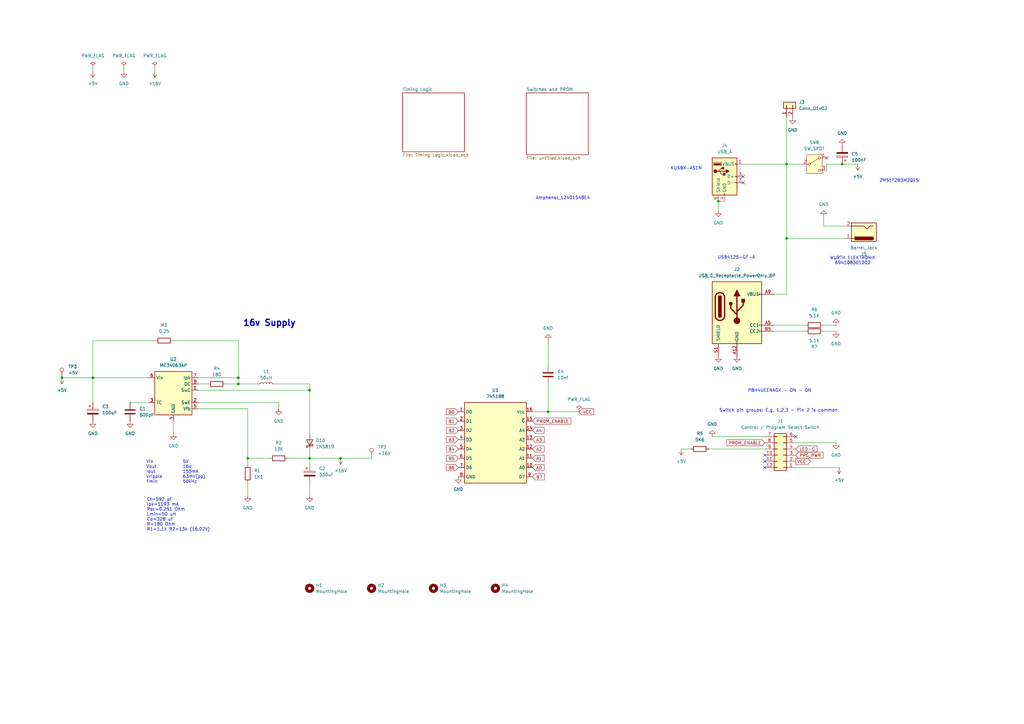
<source format=kicad_sch>
(kicad_sch (version 20250114) (generator "eeschema") (generator_version "9.0")
  (paper "A3")
  (title_block (title "PROM Programmer") (date "2025-04-06") (rev "V1.4"))
  (lib_symbols
    (symbol "AA_Custom:+16V" (power) (pin_numbers (hide yes)) (pin_names (offset 0) (hide yes))
      (property "Value" "+16V" (at 0 3.556 0))
      (symbol "+16V_0_1"
        (polyline (pts (xy -0.762 1.27) (xy 0 2.54)))
        (polyline (pts (xy 0 2.54) (xy 0.762 1.27)))
        (polyline (pts (xy 0 0) (xy 0 2.54)))
      )
      (symbol "+16V_1_1"
        (pin power_in line (at 0 0 90) (length 0) (name "~") (number "1"))
      )
    )
    (symbol "AA_Custom:74S188"
      (property "Reference" "U" (at -12.7 17.78 0))
      (property "Value" "74S188" (at 7.62 17.78 0))
      (symbol "74S188_1_1"
        (rectangle (start -12.7 15.24) (end 12.7 -17.78) (stroke (width 0.254)) (fill (type background)))
        (pin bidirectional line (at -15.24 11.43 0) (length 2.54) (name "D0") (number "1"))
        (pin bidirectional line (at -15.24 7.62 0) (length 2.54) (name "D1") (number "2"))
        (pin bidirectional line (at -15.24 3.81 0) (length 2.54) (name "D2") (number "3"))
        (pin bidirectional line (at -15.24 0 0) (length 2.54) (name "D3") (number "4"))
        (pin bidirectional line (at -15.24 -3.81 0) (length 2.54) (name "D4") (number "5"))
        (pin bidirectional line (at -15.24 -7.62 0) (length 2.54) (name "D5") (number "6"))
        (pin bidirectional line (at -15.24 -11.43 0) (length 2.54) (name "D6") (number "7"))
        (pin power_in line (at -15.24 -15.24 0) (length 2.54) (name "GND") (number "8"))
        (pin power_in line (at 15.24 11.43 180) (length 2.54) (name "Vcc") (number "16"))
        (pin input line (at 15.24 7.62 180) (length 2.54) (name "~{G}") (number "15"))
        (pin input line (at 15.24 3.81 180) (length 2.54) (name "A4") (number "14"))
        (pin input line (at 15.24 0 180) (length 2.54) (name "A3") (number "13"))
        (pin input line (at 15.24 -3.81 180) (length 2.54) (name "A2") (number "12"))
        (pin input line (at 15.24 -7.62 180) (length 2.54) (name "A1") (number "11"))
        (pin input line (at 15.24 -11.43 180) (length 2.54) (name "A0") (number "10"))
        (pin bidirectional line (at 15.24 -15.24 180) (length 2.54) (name "D7") (number "9"))
      )
    )
    (symbol "Connector:Barrel_Jack" (pin_names (offset 1.016))
      (property "Reference" "J" (at 0 5.334 0))
      (property "Value" "Barrel_Jack" (at 0 -5.08 0))
      (symbol "Barrel_Jack_0_1"
        (rectangle (start -5.08 3.81) (end 5.08 -3.81) (stroke (width 0.254)) (fill (type background)))
        (polyline (pts (xy -3.81 -2.54) (xy -2.54 -2.54) (xy -1.27 -1.27) (xy 0 -2.54) (xy 2.54 -2.54) (xy 5.08 -2.54)) (stroke (width 0.254)))
        (arc (start -3.302 1.905) (mid -3.9343 2.54) (end -3.302 3.175) (stroke (width 0.254)))
        (arc (start -3.302 1.905) (mid -3.9343 2.54) (end -3.302 3.175) (stroke (width 0.254)) (fill (type outline)))
        (rectangle (start 3.683 3.175) (end -3.302 1.905) (stroke (width 0.254)) (fill (type outline)))
        (polyline (pts (xy 5.08 2.54) (xy 3.81 2.54)) (stroke (width 0.254)))
      )
      (symbol "Barrel_Jack_1_1"
        (pin passive line (at 7.62 2.54 180) (length 2.54) (name "~") (number "1"))
        (pin passive line (at 7.62 -2.54 180) (length 2.54) (name "~") (number "2"))
      )
    )
    (symbol "Connector:TestPoint" (pin_numbers (hide yes)) (pin_names (offset 0.762) (hide yes))
      (property "Reference" "TP" (at 0 6.858 0))
      (property "Value" "TestPoint" (at 0 5.08 0))
      (symbol "TestPoint_0_1"
        (circle (center 0 3.302) (radius 0.762))
      )
      (symbol "TestPoint_1_1"
        (pin passive line (at 0 0 90) (length 2.54) (name "1") (number "1"))
      )
    )
    (symbol "Connector:USB_A" (pin_names (offset 1.016))
      (property "Reference" "J" (at -5.08 11.43 0))
      (property "Value" "USB_A" (at -5.08 8.89 0))
      (symbol "USB_A_0_1"
        (rectangle (start -5.08 -7.62) (end 5.08 7.62) (stroke (width 0.254)) (fill (type background)))
        (circle (center -3.81 2.159) (radius 0.635) (stroke (width 0.254)) (fill (type outline)))
        (polyline (pts (xy -3.175 2.159) (xy -2.54 2.159) (xy -1.27 3.429) (xy -0.635 3.429)) (stroke (width 0.254)))
        (polyline (pts (xy -2.54 2.159) (xy -1.905 2.159) (xy -1.27 0.889) (xy 0 0.889)) (stroke (width 0.254)))
        (rectangle (start -1.524 4.826) (end -4.318 5.334) (fill (type outline)))
        (rectangle (start -1.27 4.572) (end -4.572 5.842))
        (circle (center -0.635 3.429) (radius 0.381) (stroke (width 0.254)) (fill (type outline)))
        (rectangle (start -0.127 -7.62) (end 0.127 -6.858))
        (rectangle (start 0.254 1.27) (end -0.508 0.508) (stroke (width 0.254)) (fill (type outline)))
        (polyline (pts (xy 0.635 2.794) (xy 0.635 1.524) (xy 1.905 2.159) (xy 0.635 2.794)) (stroke (width 0.254)) (fill (type outline)))
        (rectangle (start 5.08 4.953) (end 4.318 5.207))
        (rectangle (start 5.08 -0.127) (end 4.318 0.127))
        (rectangle (start 5.08 -2.667) (end 4.318 -2.413))
      )
      (symbol "USB_A_1_1"
        (polyline (pts (xy -1.905 2.159) (xy 0.635 2.159)) (stroke (width 0.254)))
        (pin passive line (at -2.54 -10.16 90) (length 2.54) (name "Shield") (number "5"))
        (pin power_in line (at 0 -10.16 90) (length 2.54) (name "GND") (number "4"))
        (pin power_in line (at 7.62 5.08 180) (length 2.54) (name "VBUS") (number "1"))
        (pin bidirectional line (at 7.62 0 180) (length 2.54) (name "D+") (number "3"))
        (pin bidirectional line (at 7.62 -2.54 180) (length 2.54) (name "D-") (number "2"))
      )
    )
    (symbol "Connector:USB_C_Receptacle_PowerOnly_6P" (pin_names (offset 1.016))
      (property "Reference" "J" (at 0 16.51 0))
      (property "Value" "USB_C_Receptacle_PowerOnly_6P" (at 0 13.97 0))
      (symbol "USB_C_Receptacle_PowerOnly_6P_0_0"
        (rectangle (start -0.254 -12.7) (end 0.254 -11.684))
        (rectangle (start 10.16 7.874) (end 9.144 7.366))
        (rectangle (start 10.16 -4.826) (end 9.144 -5.334))
        (rectangle (start 10.16 -7.366) (end 9.144 -7.874))
      )
      (symbol "USB_C_Receptacle_PowerOnly_6P_0_1"
        (rectangle (start -10.16 12.7) (end 10.16 -12.7) (stroke (width 0.254)) (fill (type background)))
        (polyline (pts (xy -8.89 -1.27) (xy -8.89 6.35)) (stroke (width 0.508)))
        (rectangle (start -7.62 -1.27) (end -6.35 6.35) (stroke (width 0.254)) (fill (type outline)))
        (arc (start -7.62 6.35) (mid -6.985 6.9823) (end -6.35 6.35) (stroke (width 0.254)))
        (arc (start -7.62 6.35) (mid -6.985 6.9823) (end -6.35 6.35) (stroke (width 0.254)) (fill (type outline)))
        (arc (start -8.89 6.35) (mid -6.985 8.2467) (end -5.08 6.35) (stroke (width 0.508)))
        (arc (start -5.08 -1.27) (mid -6.985 -3.1667) (end -8.89 -1.27) (stroke (width 0.508)))
        (arc (start -6.35 -1.27) (mid -6.985 -1.9023) (end -7.62 -1.27) (stroke (width 0.254)))
        (arc (start -6.35 -1.27) (mid -6.985 -1.9023) (end -7.62 -1.27) (stroke (width 0.254)) (fill (type outline)))
        (polyline (pts (xy -5.08 6.35) (xy -5.08 -1.27)) (stroke (width 0.508)))
        (circle (center -2.54 3.683) (radius 0.635) (stroke (width 0.254)) (fill (type outline)))
        (polyline (pts (xy -1.27 6.858) (xy 0 9.398) (xy 1.27 6.858) (xy -1.27 6.858)) (stroke (width 0.254)) (fill (type outline)))
        (polyline (pts (xy 0 0.508) (xy 2.54 3.048) (xy 2.54 4.318)) (stroke (width 0.508)))
        (polyline (pts (xy 0 -0.762) (xy -2.54 1.778) (xy -2.54 3.048)) (stroke (width 0.508)))
        (polyline (pts (xy 0 -3.302) (xy 0 6.858)) (stroke (width 0.508)))
        (circle (center 0 -3.302) (radius 1.27) (fill (type outline)))
        (rectangle (start 1.905 4.318) (end 3.175 5.588) (stroke (width 0.254)) (fill (type outline)))
      )
      (symbol "USB_C_Receptacle_PowerOnly_6P_1_1"
        (pin passive line (at -7.62 -17.78 90) (length 5.08) (name "SHIELD") (number "S1"))
        (pin passive line (at 0 -17.78 90) (length 5.08) (name "GND") (number "A12"))
        (pin passive line (at 0 -17.78 90) (length 5.08) (hide yes) (name "GND") (number "B12"))
        (pin passive line (at 15.24 7.62 180) (length 5.08) (name "VBUS") (number "A9"))
        (pin passive line (at 15.24 7.62 180) (length 5.08) (hide yes) (name "VBUS") (number "B9"))
        (pin bidirectional line (at 15.24 -5.08 180) (length 5.08) (name "CC1") (number "A5"))
        (pin bidirectional line (at 15.24 -7.62 180) (length 5.08) (name "CC2") (number "B5"))
      )
    )
    (symbol "Connector_Generic:Conn_01x02" (pin_names (offset 1.016) (hide yes))
      (property "Reference" "J" (at 0 2.54 0))
      (property "Value" "Conn_01x02" (at 0 -5.08 0))
      (symbol "Conn_01x02_1_1"
        (rectangle (start -1.27 1.27) (end 1.27 -3.81) (stroke (width 0.254)) (fill (type background)))
        (rectangle (start -1.27 0.127) (end 0 -0.127) (stroke (width 0.1524)))
        (rectangle (start -1.27 -2.413) (end 0 -2.667) (stroke (width 0.1524)))
        (pin passive line (at -5.08 0 0) (length 3.81) (name "Pin_1") (number "1"))
        (pin passive line (at -5.08 -2.54 0) (length 3.81) (name "Pin_2") (number "2"))
      )
    )
    (symbol "Connector_Generic:Conn_02x06_Counter_Clockwise" (pin_names (offset 1.016) (hide yes))
      (property "Reference" "J" (at 1.27 7.62 0))
      (property "Value" "Conn_02x06_Counter_Clockwise" (at 1.27 -10.16 0))
      (symbol "Conn_02x06_Counter_Clockwise_1_1"
        (rectangle (start -1.27 6.35) (end 3.81 -8.89) (stroke (width 0.254)) (fill (type background)))
        (rectangle (start -1.27 5.207) (end 0 4.953) (stroke (width 0.1524)))
        (rectangle (start -1.27 2.667) (end 0 2.413) (stroke (width 0.1524)))
        (rectangle (start -1.27 0.127) (end 0 -0.127) (stroke (width 0.1524)))
        (rectangle (start -1.27 -2.413) (end 0 -2.667) (stroke (width 0.1524)))
        (rectangle (start -1.27 -4.953) (end 0 -5.207) (stroke (width 0.1524)))
        (rectangle (start -1.27 -7.493) (end 0 -7.747) (stroke (width 0.1524)))
        (rectangle (start 3.81 5.207) (end 2.54 4.953) (stroke (width 0.1524)))
        (rectangle (start 3.81 2.667) (end 2.54 2.413) (stroke (width 0.1524)))
        (rectangle (start 3.81 0.127) (end 2.54 -0.127) (stroke (width 0.1524)))
        (rectangle (start 3.81 -2.413) (end 2.54 -2.667) (stroke (width 0.1524)))
        (rectangle (start 3.81 -4.953) (end 2.54 -5.207) (stroke (width 0.1524)))
        (rectangle (start 3.81 -7.493) (end 2.54 -7.747) (stroke (width 0.1524)))
        (pin passive line (at -5.08 5.08 0) (length 3.81) (name "Pin_1") (number "1"))
        (pin passive line (at -5.08 2.54 0) (length 3.81) (name "Pin_2") (number "2"))
        (pin passive line (at -5.08 0 0) (length 3.81) (name "Pin_3") (number "3"))
        (pin passive line (at -5.08 -2.54 0) (length 3.81) (name "Pin_4") (number "4"))
        (pin passive line (at -5.08 -5.08 0) (length 3.81) (name "Pin_5") (number "5"))
        (pin passive line (at -5.08 -7.62 0) (length 3.81) (name "Pin_6") (number "6"))
        (pin passive line (at 7.62 5.08 180) (length 3.81) (name "Pin_12") (number "12"))
        (pin passive line (at 7.62 2.54 180) (length 3.81) (name "Pin_11") (number "11"))
        (pin passive line (at 7.62 0 180) (length 3.81) (name "Pin_10") (number "10"))
        (pin passive line (at 7.62 -2.54 180) (length 3.81) (name "Pin_9") (number "9"))
        (pin passive line (at 7.62 -5.08 180) (length 3.81) (name "Pin_8") (number "8"))
        (pin passive line (at 7.62 -7.62 180) (length 3.81) (name "Pin_7") (number "7"))
      )
    )
    (symbol "Device:C" (pin_numbers (hide yes)) (pin_names (offset 0.254))
      (property "Reference" "C" (at 0.635 2.54 0))
      (property "Value" "C" (at 0.635 -2.54 0))
      (symbol "C_0_1"
        (polyline (pts (xy -2.032 0.762) (xy 2.032 0.762)) (stroke (width 0.508)))
        (polyline (pts (xy -2.032 -0.762) (xy 2.032 -0.762)) (stroke (width 0.508)))
      )
      (symbol "C_1_1"
        (pin passive line (at 0 3.81 270) (length 2.794) (name "~") (number "1"))
        (pin passive line (at 0 -3.81 90) (length 2.794) (name "~") (number "2"))
      )
    )
    (symbol "Device:C_Polarized" (pin_numbers (hide yes)) (pin_names (offset 0.254))
      (property "Reference" "C" (at 0.635 2.54 0))
      (property "Value" "C_Polarized" (at 0.635 -2.54 0))
      (symbol "C_Polarized_0_1"
        (rectangle (start -2.286 0.508) (end 2.286 1.016))
        (polyline (pts (xy -1.778 2.286) (xy -0.762 2.286)))
        (polyline (pts (xy -1.27 2.794) (xy -1.27 1.778)))
        (rectangle (start 2.286 -0.508) (end -2.286 -1.016) (fill (type outline)))
      )
      (symbol "C_Polarized_1_1"
        (pin passive line (at 0 3.81 270) (length 2.794) (name "~") (number "1"))
        (pin passive line (at 0 -3.81 90) (length 2.794) (name "~") (number "2"))
      )
    )
    (symbol "Device:L" (pin_numbers (hide yes)) (pin_names (offset 1.016) (hide yes))
      (property "Reference" "L" (at -1.27 0 90))
      (property "Value" "L" (at 1.905 0 90))
      (symbol "L_0_1"
        (arc (start 0 2.54) (mid 0.6323 1.905) (end 0 1.27))
        (arc (start 0 1.27) (mid 0.6323 0.635) (end 0 0))
        (arc (start 0 0) (mid 0.6323 -0.635) (end 0 -1.27))
        (arc (start 0 -1.27) (mid 0.6323 -1.905) (end 0 -2.54))
      )
      (symbol "L_1_1"
        (pin passive line (at 0 3.81 270) (length 1.27) (name "1") (number "1"))
        (pin passive line (at 0 -3.81 90) (length 1.27) (name "2") (number "2"))
      )
    )
    (symbol "Device:R" (pin_numbers (hide yes)) (pin_names (offset 0))
      (property "Reference" "R" (at 2.032 0 90))
      (property "Value" "R" (at 0 0 90))
      (symbol "R_0_1"
        (rectangle (start -1.016 -2.54) (end 1.016 2.54) (stroke (width 0.254)))
      )
      (symbol "R_1_1"
        (pin passive line (at 0 3.81 270) (length 1.27) (name "~") (number "1"))
        (pin passive line (at 0 -3.81 90) (length 1.27) (name "~") (number "2"))
      )
    )
    (symbol "Diode:1N5819" (pin_numbers (hide yes)) (pin_names (offset 1.016) (hide yes))
      (property "Reference" "D" (at 0 2.54 0))
      (property "Value" "1N5819" (at 0 -2.54 0))
      (symbol "1N5819_0_1"
        (polyline (pts (xy -1.905 0.635) (xy -1.905 1.27) (xy -1.27 1.27) (xy -1.27 -1.27) (xy -0.635 -1.27) (xy -0.635 -0.635)) (stroke (width 0.254)))
        (polyline (pts (xy 1.27 1.27) (xy 1.27 -1.27) (xy -1.27 0) (xy 1.27 1.27)) (stroke (width 0.254)))
        (polyline (pts (xy 1.27 0) (xy -1.27 0)))
      )
      (symbol "1N5819_1_1"
        (pin passive line (at -3.81 0 0) (length 2.54) (name "K") (number "1"))
        (pin passive line (at 3.81 0 180) (length 2.54) (name "A") (number "2"))
      )
    )
    (symbol "Mechanical:MountingHole" (pin_names (offset 1.016)) (exclude_from_sim yes) (in_bom no)
      (property "Reference" "H" (at 0 5.08 0))
      (property "Value" "MountingHole" (at 0 3.175 0))
      (symbol "MountingHole_0_1"
        (circle (center 0 0) (radius 1.27) (stroke (width 1.27)))
      )
    )
    (symbol "Regulator_Switching:MC34063AP"
      (property "Reference" "U" (at -7.62 8.89 0))
      (property "Value" "MC34063AP" (at 0 8.89 0))
      (symbol "MC34063AP_0_1"
        (rectangle (start -7.62 7.62) (end 7.62 -10.16) (stroke (width 0.254)) (fill (type background)))
      )
      (symbol "MC34063AP_1_1"
        (pin power_in line (at -10.16 5.08 0) (length 2.54) (name "Vin") (number "6"))
        (pin passive line (at -10.16 -5.08 0) (length 2.54) (name "TC") (number "3"))
        (pin power_in line (at 0 -12.7 90) (length 2.54) (name "GND") (number "4"))
        (pin input line (at 10.16 5.08 180) (length 2.54) (name "Ipk") (number "7"))
        (pin open_collector line (at 10.16 2.54 180) (length 2.54) (name "DC") (number "8"))
        (pin open_collector line (at 10.16 0 180) (length 2.54) (name "SwC") (number "1"))
        (pin open_emitter line (at 10.16 -5.08 180) (length 2.54) (name "SwE") (number "2"))
        (pin input line (at 10.16 -7.62 180) (length 2.54) (name "Vfb") (number "5"))
      )
    )
    (symbol "Switch:SW_SPDT" (pin_names (offset 0) (hide yes))
      (property "Reference" "SW" (at 0 5.08 0))
      (property "Value" "SW_SPDT" (at 0 -5.08 0))
      (symbol "SW_SPDT_0_1"
        (circle (center -2.032 0) (radius 0.4572))
        (polyline (pts (xy -1.651 0.254) (xy 1.651 2.286)))
        (circle (center 2.032 2.54) (radius 0.4572))
        (circle (center 2.032 -2.54) (radius 0.4572))
      )
      (symbol "SW_SPDT_1_1"
        (rectangle (start -3.175 3.81) (end 3.175 -3.81) (fill (type background)))
        (pin passive line (at -5.08 0 0) (length 2.54) (name "B") (number "2"))
        (pin passive line (at 5.08 2.54 180) (length 2.54) (name "A") (number "1"))
        (pin passive line (at 5.08 -2.54 180) (length 2.54) (name "C") (number "3"))
      )
    )
    (symbol "power:+5V" (power) (pin_numbers (hide yes)) (pin_names (offset 0) (hide yes))
      (property "Value" "+5V" (at 0 3.556 0))
      (symbol "+5V_0_1"
        (polyline (pts (xy -0.762 1.27) (xy 0 2.54)))
        (polyline (pts (xy 0 2.54) (xy 0.762 1.27)))
        (polyline (pts (xy 0 0) (xy 0 2.54)))
      )
      (symbol "+5V_1_1"
        (pin power_in line (at 0 0 90) (length 0) (name "~") (number "1"))
      )
    )
    (symbol "power:GND" (power) (pin_numbers (hide yes)) (pin_names (offset 0) (hide yes))
      (property "Value" "GND" (at 0 -3.81 0))
      (symbol "GND_0_1"
        (polyline (pts (xy 0 0) (xy 0 -1.27) (xy 1.27 -1.27) (xy 0 -2.54) (xy -1.27 -1.27) (xy 0 -1.27)))
      )
      (symbol "GND_1_1"
        (pin power_in line (at 0 0 270) (length 0) (name "~") (number "1"))
      )
    )
    (symbol "power:PWR_FLAG" (power) (pin_numbers (hide yes)) (pin_names (offset 0) (hide yes))
      (property "Value" "PWR_FLAG" (at 0 3.81 0))
      (symbol "PWR_FLAG_0_0"
        (pin power_out line (at 0 0 90) (length 0) (name "~") (number "1"))
      )
      (symbol "PWR_FLAG_0_1"
        (polyline (pts (xy 0 0) (xy 0 1.27) (xy -1.016 1.905) (xy 0 2.54) (xy 1.016 1.905) (xy 0 1.27)))
      )
    )
  )
  (text "Vin 		5V\nVout 		16V\nIout 		155mA\nVripple 	63mV(pp)\nFmin 		50kHz" (at 59.944 193.548 0) (effects (font (size 1.27 1.27)) (justify left)))
  (text "Switch pin groups: E.g. 1,2,3 - Pin 2 is common" (at 319.278 168.402 0) (effects (font (size 1.27 1.27))))
  (text "Ct=592 pF\nIpk=1193 mA\nRsc=0.251 Ohm\nLmin=50 uH\nCo=328 uF\nR=180 Ohm\nR1=1.1k R2=13k (16.02V)" (at 60.198 211.074 0) (effects (font (size 1.27 1.27)) (justify left)))
  (text "KUSBX-AS1N" (at 281.432 69.088 0) (effects (font (size 1.27 1.27))))
  (text "2MS1T2B3M2QES" (at 368.808 74.168 0) (effects (font (size 1.27 1.27))))
  (text "16v Supply" (at 110.49 132.588 0) (effects (font (size 2.54 2.54) (thickness 0.508) (bold yes))))
  (text "PBH4UEENAGX - ON - ON" (at 319.786 160.274 0) (effects (font (size 1.27 1.27))))
  (text "WURTH ELEKTRONIK\n694108301002\n\n" (at 349.758 107.95 0) (effects (font (size 1.27 1.27))))
  (text "USB4125-GF-A\n" (at 302.006 105.664 0) (effects (font (size 1.27 1.27))))
  (text "Amphenol_12401548E4" (at 230.886 81.28 0) (effects (font (size 1.27 1.27))))
  (junction (at 127 187.96))
  (junction (at 127 160.02))
  (junction (at 139.7 187.96))
  (junction (at 345.44 67.31))
  (junction (at 97.79 154.94))
  (junction (at 25.4 154.94))
  (junction (at 97.79 157.48))
  (junction (at 322.58 97.79))
  (junction (at 294.64 82.55))
  (junction (at 101.6 187.96))
  (junction (at 38.1 154.94))
  (junction (at 322.58 67.31))
  (junction (at 224.79 168.91))
  (no_connect (at 326.39 179.07))
  (no_connect (at 313.69 189.23))
  (no_connect (at 313.69 191.77))
  (no_connect (at 339.09 64.77))
  (no_connect (at 304.8 74.93))
  (no_connect (at 313.69 186.69))
  (no_connect (at 304.8 72.39))
  (wire (pts (xy 53.34 165.1) (xy 60.96 165.1)))
  (wire (pts (xy 317.5 133.35) (xy 330.2 133.35)))
  (wire (pts (xy 81.28 165.1) (xy 114.3 165.1)))
  (wire (pts (xy 339.09 67.31) (xy 339.09 69.85)))
  (wire (pts (xy 38.1 154.94) (xy 38.1 165.1)))
  (wire (pts (xy 127 185.42) (xy 127 187.96)))
  (wire (pts (xy 118.11 187.96) (xy 127 187.96)))
  (wire (pts (xy 337.82 133.35) (xy 342.9 133.35)))
  (wire (pts (xy 322.58 67.31) (xy 328.93 67.31)))
  (wire (pts (xy 279.4 184.15) (xy 283.21 184.15)))
  (wire (pts (xy 224.79 157.48) (xy 224.79 168.91)))
  (wire (pts (xy 92.71 157.48) (xy 97.79 157.48)))
  (wire (pts (xy 317.5 135.89) (xy 330.2 135.89)))
  (wire (pts (xy 337.82 135.89) (xy 342.9 135.89)))
  (wire (pts (xy 114.3 165.1) (xy 114.3 167.64)))
  (wire (pts (xy 224.79 139.7) (xy 224.79 149.86)))
  (wire (pts (xy 81.28 167.64) (xy 101.6 167.64)))
  (wire (pts (xy 127 187.96) (xy 127 190.5)))
  (wire (pts (xy 113.03 157.48) (xy 127 157.48)))
  (wire (pts (xy 97.79 157.48) (xy 105.41 157.48)))
  (wire (pts (xy 127 160.02) (xy 127 177.8)))
  (wire (pts (xy 292.1 179.07) (xy 313.69 179.07)))
  (wire (pts (xy 110.49 187.96) (xy 101.6 187.96)))
  (wire (pts (xy 127 157.48) (xy 127 160.02)))
  (wire (pts (xy 326.39 191.77) (xy 344.17 191.77)))
  (wire (pts (xy 127 187.96) (xy 139.7 187.96)))
  (wire (pts (xy 326.39 181.61) (xy 342.9 181.61)))
  (wire (pts (xy 322.58 67.31) (xy 322.58 97.79)))
  (wire (pts (xy 101.6 167.64) (xy 101.6 187.96)))
  (wire (pts (xy 50.8 29.21) (xy 50.8 27.94)))
  (wire (pts (xy 63.5 139.7) (xy 38.1 139.7)))
  (wire (pts (xy 224.79 168.91) (xy 237.49 168.91)))
  (wire (pts (xy 322.58 97.79) (xy 346.71 97.79)))
  (wire (pts (xy 97.79 154.94) (xy 97.79 139.7)))
  (wire (pts (xy 294.64 82.55) (xy 297.18 82.55)))
  (wire (pts (xy 294.64 82.55) (xy 294.64 86.36)))
  (wire (pts (xy 38.1 29.21) (xy 38.1 27.94)))
  (wire (pts (xy 218.44 168.91) (xy 224.79 168.91)))
  (wire (pts (xy 346.71 92.71) (xy 337.82 92.71)))
  (wire (pts (xy 63.5 29.21) (xy 63.5 27.94)))
  (wire (pts (xy 38.1 154.94) (xy 60.96 154.94)))
  (wire (pts (xy 139.7 187.96) (xy 152.4 187.96)))
  (wire (pts (xy 322.58 120.65) (xy 317.5 120.65)))
  (wire (pts (xy 322.58 48.26) (xy 322.58 67.31)))
  (wire (pts (xy 38.1 139.7) (xy 38.1 154.94)))
  (wire (pts (xy 304.8 67.31) (xy 322.58 67.31)))
  (wire (pts (xy 322.58 97.79) (xy 322.58 120.65)))
  (wire (pts (xy 101.6 198.12) (xy 101.6 203.2)))
  (wire (pts (xy 97.79 157.48) (xy 97.79 154.94)))
  (wire (pts (xy 81.28 157.48) (xy 85.09 157.48)))
  (wire (pts (xy 127 198.12) (xy 127 203.2)))
  (wire (pts (xy 81.28 160.02) (xy 127 160.02)))
  (wire (pts (xy 290.83 184.15) (xy 313.69 184.15)))
  (wire (pts (xy 337.82 92.71) (xy 337.82 88.9)))
  (wire (pts (xy 25.4 154.94) (xy 38.1 154.94)))
  (wire (pts (xy 101.6 187.96) (xy 101.6 190.5)))
  (wire (pts (xy 345.44 67.31) (xy 351.79 67.31)))
  (wire (pts (xy 81.28 154.94) (xy 97.79 154.94)))
  (wire (pts (xy 97.79 139.7) (xy 71.12 139.7)))
  (wire (pts (xy 339.09 67.31) (xy 345.44 67.31)))
  (wire (pts (xy 71.12 172.72) (xy 71.12 177.8)))
  (global_label "B7" (shape input) (at 218.44 195.58 0) (property "Intersheetrefs" "${INTERSHEET_REFS}" (effects (hide yes))))
  (global_label "B0" (shape input) (at 187.96 168.91 180) (property "Intersheetrefs" "${INTERSHEET_REFS}" (effects (hide yes))))
  (global_label "B3" (shape input) (at 187.96 180.34 180) (property "Intersheetrefs" "${INTERSHEET_REFS}" (effects (hide yes))))
  (global_label "A1" (shape input) (at 218.44 187.96 0) (property "Intersheetrefs" "${INTERSHEET_REFS}" (effects (hide yes))))
  (global_label "B2" (shape input) (at 187.96 176.53 180) (property "Intersheetrefs" "${INTERSHEET_REFS}" (effects (hide yes))))
  (global_label "A3" (shape input) (at 218.44 180.34 0) (property "Intersheetrefs" "${INTERSHEET_REFS}" (effects (hide yes))))
  (global_label "LED-G" (shape input) (at 326.39 184.15 0) (property "Intersheetrefs" "${INTERSHEET_REFS}" (effects (hide yes))))
  (global_label "PRG_PWR" (shape input) (at 326.39 186.69 0) (property "Intersheetrefs" "${INTERSHEET_REFS}" (effects (hide yes))))
  (global_label "PROM_ENABLE" (shape input) (at 218.44 172.72 0) (property "Intersheetrefs" "${INTERSHEET_REFS}" (effects (hide yes))))
  (global_label "B6" (shape input) (at 187.96 191.77 180) (property "Intersheetrefs" "${INTERSHEET_REFS}" (effects (hide yes))))
  (global_label "PROM_ENABLE" (shape input) (at 313.69 181.61 180) (property "Intersheetrefs" "${INTERSHEET_REFS}" (effects (hide yes))))
  (global_label "B1" (shape input) (at 187.96 172.72 180) (property "Intersheetrefs" "${INTERSHEET_REFS}" (effects (hide yes))))
  (global_label "A0" (shape input) (at 218.44 191.77 0) (property "Intersheetrefs" "${INTERSHEET_REFS}" (effects (hide yes))))
  (global_label "A2" (shape input) (at 218.44 184.15 0) (property "Intersheetrefs" "${INTERSHEET_REFS}" (effects (hide yes))))
  (global_label "B5" (shape input) (at 187.96 187.96 180) (property "Intersheetrefs" "${INTERSHEET_REFS}" (effects (hide yes))))
  (global_label "A4" (shape input) (at 218.44 176.53 0) (property "Intersheetrefs" "${INTERSHEET_REFS}" (effects (hide yes))))
  (global_label "VCC" (shape input) (at 237.49 168.91 0) (property "Intersheetrefs" "${INTERSHEET_REFS}" (effects (hide yes))))
  (global_label "B4" (shape input) (at 187.96 184.15 180) (property "Intersheetrefs" "${INTERSHEET_REFS}" (effects (hide yes))))
  (global_label "VCC" (shape output) (at 326.39 189.23 0) (property "Intersheetrefs" "${INTERSHEET_REFS}" (effects (hide yes))))
  (symbol (lib_id "power:GND") (at 342.9 133.35 180) (unit 1)
    (property "Reference" "#PWR05" (effects (hide yes)))
    (property "Value" "GND" (at 342.9 128.27 0))
    (property "Description" "Power symbol creates a global label with name \"GND\" , ground" (effects (hide yes)))
  )
  (symbol (lib_id "Connector:TestPoint") (at 152.4 187.96 0) (unit 1)
    (property "Reference" "TP2" (at 154.94 183.3879 0) (effects (justify left)))
    (property "Value" "+16V" (at 154.94 185.9279 0) (effects (justify left)))
    (property "Footprint" "TestPoint:TestPoint_THTPad_2.0x2.0mm_Drill1.0mm" (effects (hide yes)))
    (property "Description" "test point" (effects (hide yes)))
  )
  (symbol (lib_id "power:GND") (at 325.12 48.26 0) (unit 1)
    (property "Reference" "#PWR026" (effects (hide yes)))
    (property "Value" "GND" (at 325.12 53.34 0))
    (property "Description" "Power symbol creates a global label with name \"GND\" , ground" (effects (hide yes)))
  )
  (symbol (lib_id "Device:C_Polarized") (at 345.44 63.5 180) (unit 1)
    (property "Reference" "C5" (at 349.25 63.1189 0) (effects (justify right)))
    (property "Value" "100nF" (at 349.25 65.6589 0) (effects (justify right)))
    (property "Footprint" "Capacitor_THT:CP_Radial_D5.0mm_P2.50mm" (effects (hide yes)))
    (property "Description" "Polarized capacitor" (effects (hide yes)))
  )
  (symbol (lib_id "Mechanical:MountingHole") (at 203.2 241.3 0) (unit 1) (exclude_from_sim yes) (in_bom no)
    (property "Reference" "H4" (at 205.74 240.0299 0) (effects (justify left)))
    (property "Value" "MountingHole" (at 205.74 242.5699 0) (effects (justify left)))
    (property "Footprint" "MountingHole:MountingHole_3.2mm_M3_Pad" (effects (hide yes)))
    (property "Description" "Mounting Hole without connection" (effects (hide yes)))
  )
  (symbol (lib_id "power:+5V") (at 38.1 29.21 180) (unit 1)
    (property "Reference" "#PWR01" (effects (hide yes)))
    (property "Value" "+5V" (at 38.1 34.29 0))
    (property "Description" "Power symbol creates a global label with name \"+5V\"" (effects (hide yes)))
  )
  (symbol (lib_id "power:GND") (at 50.8 29.21 0) (unit 1)
    (property "Reference" "#PWR03" (effects (hide yes)))
    (property "Value" "GND" (at 50.8 34.29 0))
    (property "Description" "Power symbol creates a global label with name \"GND\" , ground" (effects (hide yes)))
  )
  (symbol (lib_id "Device:R") (at 88.9 157.48 90) (unit 1)
    (property "Reference" "R4" (at 88.9 151.13 90))
    (property "Value" "180" (at 88.9 153.67 90))
    (property "Footprint" "Resistor_THT:R_Axial_DIN0309_L9.0mm_D3.2mm_P12.70mm_Horizontal" (effects (hide yes)))
    (property "Description" "Resistor" (effects (hide yes)))
  )
  (symbol (lib_id "power:GND") (at 114.3 167.64 0) (unit 1)
    (property "Reference" "#PWR011" (effects (hide yes)))
    (property "Value" "GND" (at 114.3 172.72 0))
    (property "Description" "Power symbol creates a global label with name \"GND\" , ground" (effects (hide yes)))
  )
  (symbol (lib_id "power:GND") (at 342.9 181.61 0) (unit 1)
    (property "Reference" "#PWR021" (effects (hide yes)))
    (property "Value" "GND" (at 342.9 186.69 0))
    (property "Description" "Power symbol creates a global label with name \"GND\" , ground" (effects (hide yes)))
  )
  (symbol (lib_id "power:GND") (at 294.64 146.05 0) (unit 1)
    (property "Reference" "#PWR023" (effects (hide yes)))
    (property "Value" "GND" (at 294.64 151.13 0))
    (property "Description" "Power symbol creates a global label with name \"GND\" , ground" (effects (hide yes)))
  )
  (symbol (lib_id "Device:C_Polarized") (at 38.1 168.91 0) (unit 1)
    (property "Reference" "C3" (at 41.91 166.7509 0) (effects (justify left)))
    (property "Value" "100uF" (at 41.91 169.2909 0) (effects (justify left)))
    (property "Footprint" "Capacitor_THT:CP_Radial_D5.0mm_P2.50mm" (effects (hide yes)))
    (property "Description" "Polarized capacitor" (effects (hide yes)))
  )
  (symbol (lib_id "Device:R") (at 334.01 133.35 90) (unit 1)
    (property "Reference" "R6" (at 334.01 127 90))
    (property "Value" "5.1K" (at 334.01 129.54 90))
    (property "Footprint" "Resistor_THT:R_Axial_DIN0309_L9.0mm_D3.2mm_P12.70mm_Horizontal" (effects (hide yes)))
    (property "Description" "Resistor" (effects (hide yes)))
  )
  (symbol (lib_id "Mechanical:MountingHole") (at 127 241.3 0) (unit 1) (exclude_from_sim yes) (in_bom no)
    (property "Reference" "H1" (at 129.54 240.0299 0) (effects (justify left)))
    (property "Value" "MountingHole" (at 129.54 242.5699 0) (effects (justify left)))
    (property "Footprint" "MountingHole:MountingHole_3.2mm_M3_Pad" (effects (hide yes)))
    (property "Description" "Mounting Hole without connection" (effects (hide yes)))
  )
  (symbol (lib_id "power:GND") (at 302.26 146.05 0) (unit 1)
    (property "Reference" "#PWR019" (effects (hide yes)))
    (property "Value" "GND" (at 302.26 151.13 0))
    (property "Description" "Power symbol creates a global label with name \"GND\" , ground" (effects (hide yes)))
  )
  (symbol (lib_id "power:GND") (at 294.64 86.36 0) (unit 1)
    (property "Reference" "#PWR030" (effects (hide yes)))
    (property "Value" "GND" (at 294.64 91.44 0))
    (property "Description" "Power symbol creates a global label with name \"GND\" , ground" (effects (hide yes)))
  )
  (symbol (lib_id "power:+5V") (at 279.4 184.15 180) (unit 1)
    (property "Reference" "#PWR025" (effects (hide yes)))
    (property "Value" "+5V" (at 279.4 189.23 0))
    (property "Description" "Power symbol creates a global label with name \"+5V\"" (effects (hide yes)))
  )
  (symbol (lib_id "Device:R") (at 67.31 139.7 90) (unit 1)
    (property "Reference" "R3" (at 67.31 133.35 90))
    (property "Value" "0.25" (at 67.31 135.89 90))
    (property "Footprint" "Resistor_THT:R_Axial_DIN0309_L9.0mm_D3.2mm_P12.70mm_Horizontal" (effects (hide yes)))
    (property "Description" "Resistor" (effects (hide yes)))
  )
  (symbol (lib_id "power:PWR_FLAG") (at 237.49 168.91 0) (unit 1)
    (property "Reference" "#FLG01" (effects (hide yes)))
    (property "Value" "PWR_FLAG" (at 237.49 163.83 0))
    (property "Description" "Special symbol for telling ERC where power comes from" (effects (hide yes)))
  )
  (symbol (lib_id "Connector_Generic:Conn_01x02") (at 322.58 43.18 90) (unit 1)
    (property "Reference" "J3" (at 327.66 41.9099 90) (effects (justify right)))
    (property "Value" "Conn_01x02" (at 327.66 44.4499 90) (effects (justify right)))
    (property "Footprint" "Connector_Molex:Molex_KK-254_AE-6410-02A_1x02_P2.54mm_Vertical" (effects (hide yes)))
    (property "Description" "Generic connector, single row, 01x02, script generated (kicad-library-utils/schlib/autogen/connector/)" (effects (hide yes)))
  )
  (symbol (lib_id "Device:C_Polarized") (at 127 194.31 0) (unit 1)
    (property "Reference" "C2" (at 130.81 192.1509 0) (effects (justify left)))
    (property "Value" "330uF" (at 130.81 194.6909 0) (effects (justify left)))
    (property "Footprint" "Capacitor_THT:CP_Radial_D8.0mm_P3.50mm" (effects (hide yes)))
    (property "Description" "Polarized capacitor" (effects (hide yes)))
  )
  (symbol (lib_id "power:GND") (at 101.6 203.2 0) (unit 1)
    (property "Reference" "#PWR010" (effects (hide yes)))
    (property "Value" "GND" (at 101.6 208.28 0))
    (property "Description" "Power symbol creates a global label with name \"GND\" , ground" (effects (hide yes)))
  )
  (symbol (lib_id "Mechanical:MountingHole") (at 177.8 241.3 0) (unit 1) (exclude_from_sim yes) (in_bom no)
    (property "Reference" "H3" (at 180.34 240.0299 0) (effects (justify left)))
    (property "Value" "MountingHole" (at 180.34 242.5699 0) (effects (justify left)))
    (property "Footprint" "MountingHole:MountingHole_3.2mm_M3_Pad" (effects (hide yes)))
    (property "Description" "Mounting Hole without connection" (effects (hide yes)))
  )
  (symbol (lib_id "power:GND") (at 127 203.2 0) (unit 1)
    (property "Reference" "#PWR09" (effects (hide yes)))
    (property "Value" "GND" (at 127 208.28 0))
    (property "Description" "Power symbol creates a global label with name \"GND\" , ground" (effects (hide yes)))
  )
  (symbol (lib_id "power:GND") (at 38.1 172.72 0) (unit 1)
    (property "Reference" "#PWR07" (effects (hide yes)))
    (property "Value" "GND" (at 38.1 177.8 0))
    (property "Description" "Power symbol creates a global label with name \"GND\" , ground" (effects (hide yes)))
  )
  (symbol (lib_id "power:GND") (at 345.44 59.69 180) (unit 1)
    (property "Reference" "#PWR022" (effects (hide yes)))
    (property "Value" "GND" (at 345.44 54.61 0))
    (property "Description" "Power symbol creates a global label with name \"GND\" , ground" (effects (hide yes)))
  )
  (symbol (lib_id "Connector:Barrel_Jack") (at 354.33 95.25 180) (unit 1)
    (property "Reference" "J5" (at 354.33 104.14 0))
    (property "Value" "Barrel_Jack" (at 354.33 101.6 0))
    (property "Footprint" "Connector_BarrelJack:BarrelJack_Wuerth_6941xx301002" (effects (hide yes)))
    (property "Description" "DC Barrel Jack" (effects (hide yes)))
  )
  (symbol (lib_id "power:GND") (at 337.82 88.9 180) (unit 1)
    (property "Reference" "#PWR046" (effects (hide yes)))
    (property "Value" "GND" (at 337.82 83.82 0))
    (property "Description" "Power symbol creates a global label with name \"GND\" , ground" (effects (hide yes)))
  )
  (symbol (lib_id "power:+5V") (at 25.4 154.94 180) (unit 1)
    (property "Reference" "#PWR06" (effects (hide yes)))
    (property "Value" "+5V" (at 25.4 160.02 0))
    (property "Description" "Power symbol creates a global label with name \"+5V\"" (effects (hide yes)))
  )
  (symbol (lib_id "Device:R") (at 287.02 184.15 90) (unit 1)
    (property "Reference" "R5" (at 287.02 177.8 90))
    (property "Value" "5K6" (at 287.02 180.34 90))
    (property "Footprint" "Resistor_THT:R_Axial_DIN0309_L9.0mm_D3.2mm_P12.70mm_Horizontal" (effects (hide yes)))
    (property "Description" "Resistor" (effects (hide yes)))
  )
  (symbol (lib_id "Mechanical:MountingHole") (at 152.4 241.3 0) (unit 1) (exclude_from_sim yes) (in_bom no)
    (property "Reference" "H2" (at 154.94 240.0299 0) (effects (justify left)))
    (property "Value" "MountingHole" (at 154.94 242.5699 0) (effects (justify left)))
    (property "Footprint" "MountingHole:MountingHole_3.2mm_M3_Pad" (effects (hide yes)))
    (property "Description" "Mounting Hole without connection" (effects (hide yes)))
  )
  (symbol (lib_id "Regulator_Switching:MC34063AP") (at 71.12 160.02 0) (unit 1)
    (property "Reference" "U2" (at 71.12 147.32 0))
    (property "Value" "MC34063AP" (at 71.12 149.86 0))
    (property "Footprint" "Package_DIP:DIP-8_W7.62mm" (effects (hide yes)))
    (property "Datasheet" "http://www.onsemi.com/pub_link/Collateral/MC34063A-D.PDF" (effects (hide yes)))
    (property "Description" "1.5A, step-up/down/inverting switching regulator, 3-40V Vin, 100kHz, DIP-8" (effects (hide yes)))
  )
  (symbol (lib_id "power:PWR_FLAG") (at 63.5 27.94 0) (unit 1)
    (property "Reference" "#FLG06" (effects (hide yes)))
    (property "Value" "PWR_FLAG" (at 63.5 22.86 0))
    (property "Description" "Special symbol for telling ERC where power comes from" (effects (hide yes)))
  )
  (symbol (lib_id "power:GND") (at 71.12 177.8 0) (unit 1)
    (property "Reference" "#PWR012" (effects (hide yes)))
    (property "Value" "GND" (at 71.12 182.88 0))
    (property "Description" "Power symbol creates a global label with name \"GND\" , ground" (effects (hide yes)))
  )
  (symbol (lib_id "power:GND") (at 224.79 139.7 180) (unit 1)
    (property "Reference" "#PWR017" (effects (hide yes)))
    (property "Value" "GND" (at 224.79 134.62 0))
    (property "Description" "Power symbol creates a global label with name \"GND\" , ground" (effects (hide yes)))
  )
  (symbol (lib_id "Device:R") (at 334.01 135.89 90) (mirror x) (unit 1)
    (property "Reference" "R7" (at 334.01 142.24 90))
    (property "Value" "5.1K" (at 334.01 139.7 90))
    (property "Footprint" "Resistor_THT:R_Axial_DIN0309_L9.0mm_D3.2mm_P12.70mm_Horizontal" (effects (hide yes)))
    (property "Description" "Resistor" (effects (hide yes)))
  )
  (symbol (lib_id "power:PWR_FLAG") (at 38.1 27.94 0) (unit 1)
    (property "Reference" "#FLG02" (effects (hide yes)))
    (property "Value" "PWR_FLAG" (at 38.1 22.86 0))
    (property "Description" "Special symbol for telling ERC where power comes from" (effects (hide yes)))
  )
  (symbol (lib_id "Connector:TestPoint") (at 25.4 154.94 0) (unit 1)
    (property "Reference" "TP3" (at 27.94 150.3679 0) (effects (justify left)))
    (property "Value" "+5V" (at 27.94 152.9079 0) (effects (justify left)))
    (property "Footprint" "TestPoint:TestPoint_THTPad_2.0x2.0mm_Drill1.0mm" (effects (hide yes)))
    (property "Description" "test point" (effects (hide yes)))
  )
  (symbol (lib_id "Device:L") (at 109.22 157.48 90) (unit 1)
    (property "Reference" "L1" (at 109.22 152.4 90))
    (property "Value" "50uH" (at 109.22 154.94 90))
    (property "Footprint" "Inductor_THT:L_Radial_D7.8mm_P5.00mm_Fastron_07HCP" (effects (hide yes)))
    (property "Description" "Inductor" (effects (hide yes)))
  )
  (symbol (lib_id "power:+5V") (at 344.17 191.77 180) (unit 1)
    (property "Reference" "#PWR020" (effects (hide yes)))
    (property "Value" "+5V" (at 344.17 196.85 0))
    (property "Description" "Power symbol creates a global label with name \"+5V\"" (effects (hide yes)))
  )
  (symbol (lib_id "power:GND") (at 342.9 135.89 0) (unit 1)
    (property "Reference" "#PWR018" (effects (hide yes)))
    (property "Value" "GND" (at 342.9 140.97 0))
    (property "Description" "Power symbol creates a global label with name \"GND\" , ground" (effects (hide yes)))
  )
  (symbol (lib_id "AA_Custom:74S188") (at 203.2 180.34 0) (unit 1)
    (property "Reference" "U1" (at 203.2 160.02 0))
    (property "Value" "74S188" (at 203.2 162.56 0))
    (property "Footprint" "Package_DIP:DIP-16_W7.62mm" (effects (hide yes)))
    (property "Datasheet" "https://www.silicon-ark.co.uk/datasheets/dm74s188-datasheet-national-semiconductor.pdf" (effects (hide yes)))
    (property "Description" "PROM" (effects (hide yes)))
  )
  (symbol (lib_id "Diode:1N5819") (at 127 181.61 90) (unit 1)
    (property "Reference" "D10" (at 129.54 180.6574 90) (effects (justify right)))
    (property "Value" "1N5819" (at 129.54 183.1974 90) (effects (justify right)))
    (property "Footprint" "Diode_THT:D_DO-41_SOD81_P10.16mm_Horizontal" (effects (hide yes)))
    (property "Datasheet" "http://www.vishay.com/docs/88525/1n5817.pdf" (effects (hide yes)))
    (property "Description" "40V 1A Schottky Barrier Rectifier Diode, DO-41" (effects (hide yes)))
  )
  (symbol (lib_id "power:GND") (at 187.96 195.58 0) (unit 1)
    (property "Reference" "#PWR016" (effects (hide yes)))
    (property "Value" "GND" (at 187.96 200.66 0))
    (property "Description" "Power symbol creates a global label with name \"GND\" , ground" (effects (hide yes)))
  )
  (symbol (lib_id "power:PWR_FLAG") (at 50.8 27.94 0) (unit 1)
    (property "Reference" "#FLG03" (effects (hide yes)))
    (property "Value" "PWR_FLAG" (at 50.8 22.86 0))
    (property "Description" "Special symbol for telling ERC where power comes from" (effects (hide yes)))
  )
  (symbol (lib_id "AA_Custom:+16V") (at 139.7 187.96 180) (unit 1)
    (property "Reference" "#PWR04" (effects (hide yes)))
    (property "Value" "+16V" (at 139.7 193.04 0))
    (property "Description" "Power symbol creates a global label with name \"+16V\"" (effects (hide yes)))
  )
  (symbol (lib_id "Device:R") (at 101.6 194.31 0) (unit 1)
    (property "Reference" "R1" (at 104.14 193.0399 0) (effects (justify left)))
    (property "Value" "1K1" (at 104.14 195.5799 0) (effects (justify left)))
    (property "Footprint" "Resistor_THT:R_Axial_DIN0309_L9.0mm_D3.2mm_P12.70mm_Horizontal" (effects (hide yes)))
    (property "Description" "Resistor" (effects (hide yes)))
  )
  (symbol (lib_id "power:GND") (at 292.1 179.07 180) (unit 1)
    (property "Reference" "#PWR024" (effects (hide yes)))
    (property "Value" "GND" (at 292.1 173.99 0))
    (property "Description" "Power symbol creates a global label with name \"GND\" , ground" (effects (hide yes)))
  )
  (symbol (lib_id "power:+5V") (at 351.79 67.31 180) (unit 1)
    (property "Reference" "#PWR047" (effects (hide yes)))
    (property "Value" "+5V" (at 351.79 72.39 0))
    (property "Description" "Power symbol creates a global label with name \"+5V\"" (effects (hide yes)))
  )
  (symbol (lib_id "Connector_Generic:Conn_02x06_Counter_Clockwise") (at 321.31 186.69 180) (unit 1)
    (property "Reference" "J1" (at 320.04 172.72 0))
    (property "Value" "Control / Program Select Switch" (at 320.04 175.26 0))
    (property "Footprint" "AAA_Project:Push_Button_4PDT_2x06_P2.50mm_Vertical" (effects (hide yes)))
    (property "Description" "Generic connector, double row, 02x06, counter clockwise pin numbering scheme (similar to DIP package numbering), script generated (kicad-library-utils/schlib/autogen/connector/)" (effects (hide yes)))
  )
  (symbol (lib_id "Switch:SW_SPDT") (at 334.01 67.31 0) (unit 1)
    (property "Reference" "SW8" (at 334.01 58.42 0))
    (property "Value" "SW_SPDT" (at 334.01 60.96 0))
    (property "Footprint" "Connector_PinHeader_2.54mm:PinHeader_1x03_P2.54mm_Vertical" (effects (hide yes)))
    (property "Description" "Switch, single pole double throw" (effects (hide yes)))
  )
  (symbol (lib_id "Device:R") (at 114.3 187.96 90) (unit 1)
    (property "Reference" "R2" (at 114.3 181.61 90))
    (property "Value" "13K" (at 114.3 184.15 90))
    (property "Footprint" "Resistor_THT:R_Axial_DIN0309_L9.0mm_D3.2mm_P12.70mm_Horizontal" (effects (hide yes)))
    (property "Description" "Resistor" (effects (hide yes)))
  )
  (symbol (lib_id "Device:C") (at 53.34 168.91 0) (unit 1)
    (property "Reference" "C1" (at 57.15 167.6399 0) (effects (justify left)))
    (property "Value" "600pF" (at 57.15 170.1799 0) (effects (justify left)))
    (property "Footprint" "Capacitor_THT:C_Disc_D9.0mm_W2.5mm_P5.00mm" (effects (hide yes)))
    (property "Description" "Unpolarized capacitor" (effects (hide yes)))
  )
  (symbol (lib_id "AA_Custom:+16V") (at 63.5 29.21 180) (unit 1)
    (property "Reference" "#PWR048" (effects (hide yes)))
    (property "Value" "+16V" (at 63.5 34.29 0))
    (property "Description" "Power symbol creates a global label with name \"+16V\"" (effects (hide yes)))
  )
  (symbol (lib_id "power:GND") (at 53.34 172.72 0) (unit 1)
    (property "Reference" "#PWR08" (effects (hide yes)))
    (property "Value" "GND" (at 53.34 177.8 0))
    (property "Description" "Power symbol creates a global label with name \"GND\" , ground" (effects (hide yes)))
  )
  (symbol (lib_id "Device:C") (at 224.79 153.67 0) (unit 1)
    (property "Reference" "C4" (at 228.6 152.3999 0) (effects (justify left)))
    (property "Value" "10nf" (at 228.6 154.9399 0) (effects (justify left)))
    (property "Footprint" "Capacitor_THT:C_Disc_D6.0mm_W4.4mm_P5.00mm" (effects (hide yes)))
    (property "Description" "Unpolarized capacitor" (effects (hide yes)))
  )
  (symbol (lib_id "Connector:USB_A") (at 297.18 72.39 0) (unit 1)
    (property "Reference" "J4" (at 297.18 59.69 0))
    (property "Value" "USB_A" (at 297.18 62.23 0))
    (property "Footprint" "Connector_USB:USB_A_Kycon_KUSBX-AS1N-B_Horizontal" (effects (hide yes)))
    (property "Description" "USB Type A connector" (effects (hide yes)))
  )
  (symbol (lib_id "Connector:USB_C_Receptacle_PowerOnly_6P") (at 302.26 128.27 0) (unit 1)
    (property "Reference" "J2" (at 302.26 110.49 0))
    (property "Value" "USB_C_Receptacle_PowerOnly_6P" (at 302.26 113.03 0))
    (property "Footprint" "Connector_USB:USB_C_Receptacle_GCT_USB4125-xx-x-0190_6P_TopMnt_Horizontal" (effects (hide yes)))
    (property "Datasheet" "https://www.usb.org/sites/default/files/documents/usb_type-c.zip" (effects (hide yes)))
    (property "Description" "USB Power-Only 6P Type-C Receptacle connector" (effects (hide yes)))
  )
  (sheet (at 165.1 38.1) (size 25.4 24.13) (stroke (width 0.1524))
    (property "Sheetname" "Timing Logic" (at 165.1 37.3884 0) (effects (justify left bottom)))
    (property "Sheetfile" "Timing Logic.kicad_sch" (at 165.1 62.8146 0) (effects (justify left top)))
  )
  (sheet (at 215.9 38.1) (size 25.4 25.4) (stroke (width 0.1524))
    (property "Sheetname" "Switches and PROM" (at 215.9 37.3884 0) (effects (justify left bottom)))
    (property "Sheetfile" "untitled.kicad_sch" (at 215.9 64.0846 0) (effects (justify left top)))
  )
)
</source>
